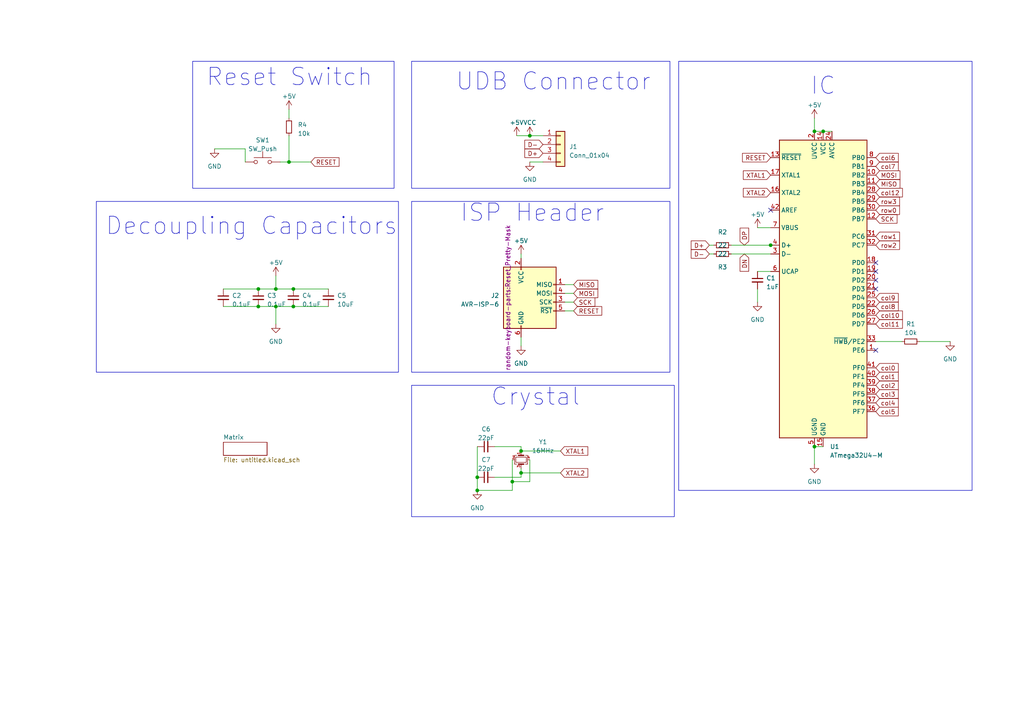
<source format=kicad_sch>
(kicad_sch (version 20230121) (generator eeschema)
  (paper "A4")
  (lib_symbols
    (symbol "Connector:AVR-ISP-6" (pin_names (offset 1.016))
      (property "Reference" "J" (at -6.35 11.43 0))
      (property "Value" "AVR-ISP-6" (at 0 11.43 0))
      (symbol "AVR-ISP-6_0_1"
        (rectangle (start -2.667 -6.858) (end -2.413 -7.62))
        (rectangle (start -2.667 10.16) (end -2.413 9.398))
        (rectangle (start 7.62 -2.413) (end 6.858 -2.667))
        (rectangle (start 7.62 0.127) (end 6.858 -0.127))
        (rectangle (start 7.62 2.667) (end 6.858 2.413))
        (rectangle (start 7.62 5.207) (end 6.858 4.953))
        (rectangle (start 7.62 10.16) (end -7.62 -7.62) (stroke (width 0.254)) (fill (type background)))
      )
      (symbol "AVR-ISP-6_1_1"
        (pin passive line (at 10.16 5.08 180) (length 2.54) (name "MISO") (number "1"))
        (pin passive line (at -2.54 12.7 270) (length 2.54) (name "VCC") (number "2"))
        (pin passive line (at 10.16 0 180) (length 2.54) (name "SCK") (number "3"))
        (pin passive line (at 10.16 2.54 180) (length 2.54) (name "MOSI") (number "4"))
        (pin passive line (at 10.16 -2.54 180) (length 2.54) (name "~{RST}") (number "5"))
        (pin passive line (at -2.54 -10.16 90) (length 2.54) (name "GND") (number "6"))
      )
    )
    (symbol "Connector_Generic:Conn_01x04" (pin_names (offset 1.016) hide)
      (property "Reference" "J" (at 0 5.08 0))
      (property "Value" "Conn_01x04" (at 0 -7.62 0))
      (symbol "Conn_01x04_1_1"
        (rectangle (start -1.27 -4.953) (end 0 -5.207) (stroke (width 0.1524)))
        (rectangle (start -1.27 -2.413) (end 0 -2.667) (stroke (width 0.1524)))
        (rectangle (start -1.27 0.127) (end 0 -0.127) (stroke (width 0.1524)))
        (rectangle (start -1.27 2.667) (end 0 2.413) (stroke (width 0.1524)))
        (rectangle (start -1.27 3.81) (end 1.27 -6.35) (stroke (width 0.254)) (fill (type background)))
        (pin passive line (at -5.08 2.54 0) (length 3.81) (name "Pin_1") (number "1"))
        (pin passive line (at -5.08 0 0) (length 3.81) (name "Pin_2") (number "2"))
        (pin passive line (at -5.08 -2.54 0) (length 3.81) (name "Pin_3") (number "3"))
        (pin passive line (at -5.08 -5.08 0) (length 3.81) (name "Pin_4") (number "4"))
      )
    )
    (symbol "Device:C_Small" (pin_numbers hide) (pin_names (offset 0.254) hide)
      (property "Reference" "C" (at 0.254 1.778 0))
      (property "Value" "C_Small" (at 0.254 -2.032 0))
      (symbol "C_Small_0_1"
        (polyline (pts (xy -1.524 -0.508) (xy 1.524 -0.508)) (stroke (width 0.3302)))
        (polyline (pts (xy -1.524 0.508) (xy 1.524 0.508)) (stroke (width 0.3048)))
      )
      (symbol "C_Small_1_1"
        (pin passive line (at 0 2.54 270) (length 2.032) (name "~") (number "1"))
        (pin passive line (at 0 -2.54 90) (length 2.032) (name "~") (number "2"))
      )
    )
    (symbol "Device:Crystal_GND24_Small" (pin_names (offset 1.016) hide)
      (property "Reference" "Y" (at 1.27 4.445 0))
      (property "Value" "Crystal_GND24_Small" (at 1.27 2.54 0))
      (symbol "Crystal_GND24_Small_0_1"
        (rectangle (start -0.762 -1.524) (end 0.762 1.524))
        (polyline (pts (xy -1.27 -0.762) (xy -1.27 0.762)) (stroke (width 0.381)))
        (polyline (pts (xy 1.27 -0.762) (xy 1.27 0.762)) (stroke (width 0.381)))
        (polyline (pts (xy -1.27 -1.27) (xy -1.27 -1.905) (xy 1.27 -1.905) (xy 1.27 -1.27)))
        (polyline (pts (xy -1.27 1.27) (xy -1.27 1.905) (xy 1.27 1.905) (xy 1.27 1.27)))
      )
      (symbol "Crystal_GND24_Small_1_1"
        (pin passive line (at -2.54 0 0) (length 1.27) (name "1") (number "1"))
        (pin passive line (at 0 -2.54 90) (length 0.635) (name "2") (number "2"))
        (pin passive line (at 2.54 0 180) (length 1.27) (name "3") (number "3"))
        (pin passive line (at 0 2.54 270) (length 0.635) (name "4") (number "4"))
      )
    )
    (symbol "Device:R_Small" (pin_numbers hide) (pin_names (offset 0.254) hide)
      (property "Reference" "R" (at 0.762 0.508 0))
      (property "Value" "R_Small" (at 0.762 -1.016 0))
      (symbol "R_Small_0_1"
        (rectangle (start -0.762 1.778) (end 0.762 -1.778) (stroke (width 0.2032)))
      )
      (symbol "R_Small_1_1"
        (pin passive line (at 0 2.54 270) (length 0.762) (name "~") (number "1"))
        (pin passive line (at 0 -2.54 90) (length 0.762) (name "~") (number "2"))
      )
    )
    (symbol "MCU_Microchip_ATmega:ATmega32U4-M"
      (property "Reference" "U" (at -12.7 44.45 0))
      (property "Value" "ATmega32U4-M" (at 2.54 -44.45 0))
      (symbol "ATmega32U4-M_0_1"
        (rectangle (start -12.7 -43.18) (end 12.7 43.18) (stroke (width 0.254)) (fill (type background)))
      )
      (symbol "ATmega32U4-M_1_1"
        (pin bidirectional line (at 15.24 -17.78 180) (length 2.54) (name "PE6") (number "1"))
        (pin bidirectional line (at 15.24 33.02 180) (length 2.54) (name "PB2") (number "10"))
        (pin bidirectional line (at 15.24 30.48 180) (length 2.54) (name "PB3") (number "11"))
        (pin bidirectional line (at 15.24 20.32 180) (length 2.54) (name "PB7") (number "12"))
        (pin input line (at -15.24 38.1 0) (length 2.54) (name "~{RESET}") (number "13"))
        (pin power_in line (at 0 45.72 270) (length 2.54) (name "VCC") (number "14"))
        (pin power_in line (at 0 -45.72 90) (length 2.54) (name "GND") (number "15"))
        (pin output line (at -15.24 27.94 0) (length 2.54) (name "XTAL2") (number "16"))
        (pin input line (at -15.24 33.02 0) (length 2.54) (name "XTAL1") (number "17"))
        (pin bidirectional line (at 15.24 7.62 180) (length 2.54) (name "PD0") (number "18"))
        (pin bidirectional line (at 15.24 5.08 180) (length 2.54) (name "PD1") (number "19"))
        (pin power_in line (at -2.54 45.72 270) (length 2.54) (name "UVCC") (number "2"))
        (pin bidirectional line (at 15.24 2.54 180) (length 2.54) (name "PD2") (number "20"))
        (pin bidirectional line (at 15.24 0 180) (length 2.54) (name "PD3") (number "21"))
        (pin bidirectional line (at 15.24 -5.08 180) (length 2.54) (name "PD5") (number "22"))
        (pin passive line (at 0 -45.72 90) (length 2.54) hide (name "GND") (number "23"))
        (pin power_in line (at 2.54 45.72 270) (length 2.54) (name "AVCC") (number "24"))
        (pin bidirectional line (at 15.24 -2.54 180) (length 2.54) (name "PD4") (number "25"))
        (pin bidirectional line (at 15.24 -7.62 180) (length 2.54) (name "PD6") (number "26"))
        (pin bidirectional line (at 15.24 -10.16 180) (length 2.54) (name "PD7") (number "27"))
        (pin bidirectional line (at 15.24 27.94 180) (length 2.54) (name "PB4") (number "28"))
        (pin bidirectional line (at 15.24 25.4 180) (length 2.54) (name "PB5") (number "29"))
        (pin bidirectional line (at -15.24 10.16 0) (length 2.54) (name "D-") (number "3"))
        (pin bidirectional line (at 15.24 22.86 180) (length 2.54) (name "PB6") (number "30"))
        (pin bidirectional line (at 15.24 15.24 180) (length 2.54) (name "PC6") (number "31"))
        (pin bidirectional line (at 15.24 12.7 180) (length 2.54) (name "PC7") (number "32"))
        (pin bidirectional line (at 15.24 -15.24 180) (length 2.54) (name "~{HWB}/PE2") (number "33"))
        (pin passive line (at 0 45.72 270) (length 2.54) hide (name "VCC") (number "34"))
        (pin passive line (at 0 -45.72 90) (length 2.54) hide (name "GND") (number "35"))
        (pin bidirectional line (at 15.24 -35.56 180) (length 2.54) (name "PF7") (number "36"))
        (pin bidirectional line (at 15.24 -33.02 180) (length 2.54) (name "PF6") (number "37"))
        (pin bidirectional line (at 15.24 -30.48 180) (length 2.54) (name "PF5") (number "38"))
        (pin bidirectional line (at 15.24 -27.94 180) (length 2.54) (name "PF4") (number "39"))
        (pin bidirectional line (at -15.24 12.7 0) (length 2.54) (name "D+") (number "4"))
        (pin bidirectional line (at 15.24 -25.4 180) (length 2.54) (name "PF1") (number "40"))
        (pin bidirectional line (at 15.24 -22.86 180) (length 2.54) (name "PF0") (number "41"))
        (pin passive line (at -15.24 22.86 0) (length 2.54) (name "AREF") (number "42"))
        (pin passive line (at 0 -45.72 90) (length 2.54) hide (name "GND") (number "43"))
        (pin passive line (at 2.54 45.72 270) (length 2.54) hide (name "AVCC") (number "44"))
        (pin passive line (at 0 -45.72 90) (length 2.54) hide (name "GND") (number "45"))
        (pin passive line (at -2.54 -45.72 90) (length 2.54) (name "UGND") (number "5"))
        (pin passive line (at -15.24 5.08 0) (length 2.54) (name "UCAP") (number "6"))
        (pin input line (at -15.24 17.78 0) (length 2.54) (name "VBUS") (number "7"))
        (pin bidirectional line (at 15.24 38.1 180) (length 2.54) (name "PB0") (number "8"))
        (pin bidirectional line (at 15.24 35.56 180) (length 2.54) (name "PB1") (number "9"))
      )
    )
    (symbol "Switch:SW_Push" (pin_numbers hide) (pin_names (offset 1.016) hide)
      (property "Reference" "SW" (at 1.27 2.54 0))
      (property "Value" "SW_Push" (at 0 -1.524 0))
      (symbol "SW_Push_0_1"
        (circle (center -2.032 0) (radius 0.508))
        (polyline (pts (xy 0 1.27) (xy 0 3.048)))
        (polyline (pts (xy 2.54 1.27) (xy -2.54 1.27)))
        (circle (center 2.032 0) (radius 0.508))
        (pin passive line (at -5.08 0 0) (length 2.54) (name "1") (number "1"))
        (pin passive line (at 5.08 0 180) (length 2.54) (name "2") (number "2"))
      )
    )
    (symbol "power:+5V" (power) (pin_names (offset 0))
      (property "Value" "+5V" (at 0 3.556 0))
      (symbol "+5V_0_1"
        (polyline (pts (xy -0.762 1.27) (xy 0 2.54)))
        (polyline (pts (xy 0 0) (xy 0 2.54)))
        (polyline (pts (xy 0 2.54) (xy 0.762 1.27)))
      )
      (symbol "+5V_1_1"
        (pin power_in line (at 0 0 90) (length 0) hide (name "+5V") (number "1"))
      )
    )
    (symbol "power:GND" (power) (pin_names (offset 0))
      (property "Value" "GND" (at 0 -3.81 0))
      (symbol "GND_0_1"
        (polyline (pts (xy 0 0) (xy 0 -1.27) (xy 1.27 -1.27) (xy 0 -2.54) (xy -1.27 -1.27) (xy 0 -1.27)))
      )
      (symbol "GND_1_1"
        (pin power_in line (at 0 0 270) (length 0) hide (name "GND") (number "1"))
      )
    )
    (symbol "power:VCC" (power) (pin_names (offset 0))
      (property "Value" "VCC" (at 0 3.81 0))
      (symbol "VCC_0_1"
        (polyline (pts (xy -0.762 1.27) (xy 0 2.54)))
        (polyline (pts (xy 0 0) (xy 0 2.54)))
        (polyline (pts (xy 0 2.54) (xy 0.762 1.27)))
      )
      (symbol "VCC_1_1"
        (pin power_in line (at 0 0 90) (length 0) hide (name "VCC") (number "1"))
      )
    )
  )
  (junction (at 236.22 38.1))
  (junction (at 238.76 38.1))
  (junction (at 74.93 83.82))
  (junction (at 148.59 139.7))
  (junction (at 80.01 88.9))
  (junction (at 138.43 138.43))
  (junction (at 223.52 71.12))
  (junction (at 74.93 88.9))
  (junction (at 138.43 142.24))
  (junction (at 153.67 39.37))
  (junction (at 85.09 88.9))
  (junction (at 236.22 129.54))
  (junction (at 83.82 46.99))
  (junction (at 151.13 130.81))
  (junction (at 151.13 137.16))
  (junction (at 80.01 83.82))
  (junction (at 85.09 83.82))
  (no_connect (at 254 81.28))
  (no_connect (at 254 76.2))
  (no_connect (at 254 78.74))
  (no_connect (at 223.52 60.96))
  (no_connect (at 254 83.82))
  (no_connect (at 254 101.6))
  (wire (pts (xy 236.22 38.1) (xy 238.76 38.1)))
  (wire (pts (xy 62.23 43.18) (xy 71.12 43.18)))
  (wire (pts (xy 151.13 130.81) (xy 151.13 129.54)))
  (wire (pts (xy 151.13 130.81) (xy 162.56 130.81)))
  (wire (pts (xy 163.83 82.55) (xy 166.37 82.55)))
  (wire (pts (xy 80.01 83.82) (xy 80.01 80.01)))
  (wire (pts (xy 151.13 73.66) (xy 151.13 74.93)))
  (wire (pts (xy 151.13 137.16) (xy 151.13 135.89)))
  (wire (pts (xy 163.83 87.63) (xy 166.37 87.63)))
  (wire (pts (xy 153.67 39.37) (xy 157.48 39.37)))
  (wire (pts (xy 85.09 88.9) (xy 95.25 88.9)))
  (wire (pts (xy 83.82 39.37) (xy 83.82 46.99)))
  (wire (pts (xy 205.74 71.12) (xy 207.01 71.12)))
  (wire (pts (xy 80.01 88.9) (xy 85.09 88.9)))
  (wire (pts (xy 85.09 83.82) (xy 95.25 83.82)))
  (wire (pts (xy 71.12 43.18) (xy 71.12 46.99)))
  (wire (pts (xy 236.22 129.54) (xy 236.22 134.62)))
  (wire (pts (xy 143.51 138.43) (xy 151.13 138.43)))
  (wire (pts (xy 81.28 46.99) (xy 83.82 46.99)))
  (wire (pts (xy 219.71 66.04) (xy 223.52 66.04)))
  (wire (pts (xy 148.59 139.7) (xy 148.59 142.24)))
  (wire (pts (xy 236.22 34.29) (xy 236.22 38.1)))
  (wire (pts (xy 149.86 39.37) (xy 153.67 39.37)))
  (wire (pts (xy 148.59 133.35) (xy 148.59 139.7)))
  (wire (pts (xy 205.74 73.66) (xy 207.01 73.66)))
  (wire (pts (xy 212.09 73.66) (xy 223.52 73.66)))
  (wire (pts (xy 163.83 90.17) (xy 166.37 90.17)))
  (wire (pts (xy 236.22 129.54) (xy 238.76 129.54)))
  (wire (pts (xy 80.01 88.9) (xy 80.01 93.98)))
  (wire (pts (xy 151.13 137.16) (xy 162.56 137.16)))
  (wire (pts (xy 74.93 88.9) (xy 80.01 88.9)))
  (wire (pts (xy 74.93 83.82) (xy 80.01 83.82)))
  (wire (pts (xy 80.01 83.82) (xy 85.09 83.82)))
  (wire (pts (xy 254 99.06) (xy 261.62 99.06)))
  (wire (pts (xy 219.71 83.82) (xy 219.71 87.63)))
  (wire (pts (xy 83.82 46.99) (xy 90.17 46.99)))
  (wire (pts (xy 138.43 142.24) (xy 148.59 142.24)))
  (wire (pts (xy 224.79 71.12) (xy 223.52 71.12)))
  (wire (pts (xy 83.82 31.75) (xy 83.82 34.29)))
  (wire (pts (xy 138.43 129.54) (xy 138.43 138.43)))
  (wire (pts (xy 151.13 97.79) (xy 151.13 100.33)))
  (wire (pts (xy 64.77 83.82) (xy 74.93 83.82)))
  (wire (pts (xy 212.09 71.12) (xy 223.52 71.12)))
  (wire (pts (xy 148.59 139.7) (xy 153.67 139.7)))
  (wire (pts (xy 151.13 138.43) (xy 151.13 137.16)))
  (wire (pts (xy 266.7 99.06) (xy 275.59 99.06)))
  (wire (pts (xy 219.71 78.74) (xy 223.52 78.74)))
  (wire (pts (xy 238.76 38.1) (xy 241.3 38.1)))
  (wire (pts (xy 153.67 46.99) (xy 157.48 46.99)))
  (wire (pts (xy 153.67 139.7) (xy 153.67 133.35)))
  (wire (pts (xy 163.83 85.09) (xy 166.37 85.09)))
  (wire (pts (xy 138.43 138.43) (xy 138.43 142.24)))
  (wire (pts (xy 64.77 88.9) (xy 74.93 88.9)))
  (wire (pts (xy 151.13 129.54) (xy 143.51 129.54)))
  (rectangle (start 119.38 17.78) (end 194.31 54.61))
  (rectangle (start 119.38 111.76) (end 195.58 149.86))
  (rectangle (start 55.88 17.78) (end 114.3 54.61))
  (rectangle (start 196.85 17.78) (end 281.94 142.24))
  (rectangle (start 119.38 58.42) (end 194.31 107.95))
  (rectangle (start 27.94 58.42) (end 115.57 107.95))
  (text "Crystal\n" (at 142.24 118.11 0) (effects (font (size 5 5)) (justify left bottom)))
  (text "UDB Connector\n" (at 132.08 26.67 0) (effects (font (size 5 5)) (justify left bottom)))
  (text "Decoupling Capacitors" (at 30.48 68.58 0) (effects (font (size 5 5)) (justify left bottom)))
  (text "ISP Header" (at 133.35 64.77 0) (effects (font (size 5 5)) (justify left bottom)))
  (text "Reset Switch\n" (at 59.69 25.4 0) (effects (font (size 5 5)) (justify left bottom)))
  (text "IC\n" (at 234.95 27.94 0) (effects (font (size 5 5)) (justify left bottom)))
  (global_label "col10" (shape input) (at 254 91.44 0) (property "Intersheetrefs" "${INTERSHEET_REFS}" (effects hide)))
  (global_label "col9" (shape input) (at 254 86.36 0) (property "Intersheetrefs" "${INTERSHEET_REFS}" (effects hide)))
  (global_label "row0" (shape input) (at 254 60.96 0) (property "Intersheetrefs" "${INTERSHEET_REFS}" (effects hide)))
  (global_label "row2" (shape input) (at 254 71.12 0) (property "Intersheetrefs" "${INTERSHEET_REFS}" (effects hide)))
  (global_label "SCK" (shape input) (at 166.37 87.63 0) (property "Intersheetrefs" "${INTERSHEET_REFS}" (effects hide)))
  (global_label "col4" (shape input) (at 254 116.84 0) (property "Intersheetrefs" "${INTERSHEET_REFS}" (effects hide)))
  (global_label "col5" (shape input) (at 254 119.38 0) (property "Intersheetrefs" "${INTERSHEET_REFS}" (effects hide)))
  (global_label "col11" (shape input) (at 254 93.98 0) (property "Intersheetrefs" "${INTERSHEET_REFS}" (effects hide)))
  (global_label "MISO" (shape input) (at 254 53.34 0) (property "Intersheetrefs" "${INTERSHEET_REFS}" (effects hide)))
  (global_label "col0" (shape input) (at 254 106.68 0) (property "Intersheetrefs" "${INTERSHEET_REFS}" (effects hide)))
  (global_label "col12" (shape input) (at 254 55.88 0) (property "Intersheetrefs" "${INTERSHEET_REFS}" (effects hide)))
  (global_label "MISO" (shape input) (at 166.37 82.55 0) (property "Intersheetrefs" "${INTERSHEET_REFS}" (effects hide)))
  (global_label "D+" (shape input) (at 157.48 44.45 180) (property "Intersheetrefs" "${INTERSHEET_REFS}" (effects hide)))
  (global_label "DP" (shape input) (at 215.9 71.12 90) (property "Intersheetrefs" "${INTERSHEET_REFS}" (effects hide)))
  (global_label "XTAL1" (shape input) (at 162.56 130.81 0) (property "Intersheetrefs" "${INTERSHEET_REFS}" (effects hide)))
  (global_label "XTAL2" (shape input) (at 223.52 55.88 180) (property "Intersheetrefs" "${INTERSHEET_REFS}" (effects hide)))
  (global_label "RESET" (shape input) (at 223.52 45.72 180) (property "Intersheetrefs" "${INTERSHEET_REFS}" (effects hide)))
  (global_label "col1" (shape input) (at 254 109.22 0) (property "Intersheetrefs" "${INTERSHEET_REFS}" (effects hide)))
  (global_label "D-" (shape input) (at 205.74 73.66 180) (property "Intersheetrefs" "${INTERSHEET_REFS}" (effects hide)))
  (global_label "col2" (shape input) (at 254 111.76 0) (property "Intersheetrefs" "${INTERSHEET_REFS}" (effects hide)))
  (global_label "XTAL2" (shape input) (at 162.56 137.16 0) (property "Intersheetrefs" "${INTERSHEET_REFS}" (effects hide)))
  (global_label "col7" (shape input) (at 254 48.26 0) (property "Intersheetrefs" "${INTERSHEET_REFS}" (effects hide)))
  (global_label "MOSI" (shape input) (at 166.37 85.09 0) (property "Intersheetrefs" "${INTERSHEET_REFS}" (effects hide)))
  (global_label "D-" (shape input) (at 157.48 41.91 180) (property "Intersheetrefs" "${INTERSHEET_REFS}" (effects hide)))
  (global_label "RESET" (shape input) (at 166.37 90.17 0) (property "Intersheetrefs" "${INTERSHEET_REFS}" (effects hide)))
  (global_label "col8" (shape input) (at 254 88.9 0) (property "Intersheetrefs" "${INTERSHEET_REFS}" (effects hide)))
  (global_label "col6" (shape input) (at 254 45.72 0) (property "Intersheetrefs" "${INTERSHEET_REFS}" (effects hide)))
  (global_label "XTAL1" (shape input) (at 223.52 50.8 180) (property "Intersheetrefs" "${INTERSHEET_REFS}" (effects hide)))
  (global_label "MOSI" (shape input) (at 254 50.8 0) (property "Intersheetrefs" "${INTERSHEET_REFS}" (effects hide)))
  (global_label "col3" (shape input) (at 254 114.3 0) (property "Intersheetrefs" "${INTERSHEET_REFS}" (effects hide)))
  (global_label "row3" (shape input) (at 254 58.42 0) (property "Intersheetrefs" "${INTERSHEET_REFS}" (effects hide)))
  (global_label "RESET" (shape input) (at 90.17 46.99 0) (property "Intersheetrefs" "${INTERSHEET_REFS}" (effects hide)))
  (global_label "row1" (shape input) (at 254 68.58 0) (property "Intersheetrefs" "${INTERSHEET_REFS}" (effects hide)))
  (global_label "DN" (shape input) (at 215.9 73.66 270) (property "Intersheetrefs" "${INTERSHEET_REFS}" (effects hide)))
  (global_label "SCK" (shape input) (at 254 63.5 0) (property "Intersheetrefs" "${INTERSHEET_REFS}" (effects hide)))
  (global_label "D+" (shape input) (at 205.74 71.12 180) (property "Intersheetrefs" "${INTERSHEET_REFS}" (effects hide)))
  (symbol (lib_id "power:GND") (at 275.59 99.06 0) (unit 1)
    (property "Reference" "#PWR03" (effects hide))
    (property "Value" "GND" (at 275.59 104.14 0))
  )
  (symbol (lib_id "Device:C_Small") (at 140.97 138.43 90) (unit 1)
    (property "Reference" "C7" (at 140.9763 133.35 90))
    (property "Value" "22pF" (at 140.9763 135.89 90))
    (property "Footprint" "Capacitor_SMD:C_0805_2012Metric" (effects hide))
  )
  (symbol (lib_id "power:+5V") (at 149.86 39.37 0) (unit 1)
    (property "Reference" "#PWR013" (effects hide))
    (property "Value" "+5V" (at 149.86 35.56 0))
  )
  (symbol (lib_id "Device:R_Small") (at 209.55 71.12 90) (unit 1)
    (property "Reference" "R2" (at 209.55 67.31 90))
    (property "Value" "22" (at 209.55 73.66 90))
    (property "Footprint" "Resistor_SMD:R_0805_2012Metric" (effects hide))
  )
  (symbol (lib_id "Device:C_Small") (at 219.71 81.28 0) (unit 1)
    (property "Reference" "C1" (at 222.25 80.6513 0) (effects (justify left)))
    (property "Value" "1uF" (at 222.25 83.1913 0) (effects (justify left)))
    (property "Footprint" "Capacitor_SMD:C_0805_2012Metric" (effects hide))
  )
  (symbol (lib_id "power:VCC") (at 153.67 39.37 0) (unit 1)
    (property "Reference" "#PWR011" (effects hide))
    (property "Value" "VCC" (at 153.67 35.56 0))
  )
  (symbol (lib_id "power:+5V") (at 80.01 80.01 0) (unit 1)
    (property "Reference" "#PWR06" (effects hide))
    (property "Value" "+5V" (at 80.01 76.2 0))
  )
  (symbol (lib_id "power:GND") (at 219.71 87.63 0) (unit 1)
    (property "Reference" "#PWR04" (effects hide))
    (property "Value" "GND" (at 219.71 92.71 0))
  )
  (symbol (lib_id "power:GND") (at 236.22 134.62 0) (unit 1)
    (property "Reference" "#PWR02" (effects hide))
    (property "Value" "GND" (at 236.22 139.7 0))
  )
  (symbol (lib_id "Connector_Generic:Conn_01x04") (at 162.56 41.91 0) (unit 1)
    (property "Reference" "J1" (at 165.1 42.545 0) (effects (justify left)))
    (property "Value" "Conn_01x04" (at 165.1 45.085 0) (effects (justify left)))
    (property "Footprint" "Connector_JST:JST_SH_SM04B-SRSS-TB_1x04-1MP_P1.00mm_Horizontal" (effects hide))
  )
  (symbol (lib_id "power:GND") (at 62.23 43.18 0) (unit 1)
    (property "Reference" "#PWR09" (effects hide))
    (property "Value" "GND" (at 62.23 48.26 0))
  )
  (symbol (lib_id "Device:C_Small") (at 95.25 86.36 0) (unit 1)
    (property "Reference" "C5" (at 97.79 85.7313 0) (effects (justify left)))
    (property "Value" "10uF" (at 97.79 88.2713 0) (effects (justify left)))
    (property "Footprint" "Capacitor_SMD:C_0805_2012Metric" (effects hide))
  )
  (symbol (lib_id "power:GND") (at 151.13 100.33 0) (unit 1)
    (property "Reference" "#PWR015" (effects hide))
    (property "Value" "GND" (at 151.13 105.41 0))
  )
  (symbol (lib_id "Device:R_Small") (at 83.82 36.83 0) (unit 1)
    (property "Reference" "R4" (at 86.36 36.195 0) (effects (justify left)))
    (property "Value" "10k" (at 86.36 38.735 0) (effects (justify left)))
    (property "Footprint" "Resistor_SMD:R_0805_2012Metric" (effects hide))
  )
  (symbol (lib_id "Device:C_Small") (at 85.09 86.36 0) (unit 1)
    (property "Reference" "C4" (at 87.63 85.7313 0) (effects (justify left)))
    (property "Value" "0.1uF" (at 87.63 88.2713 0) (effects (justify left)))
    (property "Footprint" "Capacitor_SMD:C_0805_2012Metric" (effects hide))
  )
  (symbol (lib_id "power:+5V") (at 83.82 31.75 0) (unit 1)
    (property "Reference" "#PWR010" (effects hide))
    (property "Value" "+5V" (at 83.82 27.94 0))
  )
  (symbol (lib_id "Device:C_Small") (at 74.93 86.36 0) (unit 1)
    (property "Reference" "C3" (at 77.47 85.7313 0) (effects (justify left)))
    (property "Value" "0.1uF" (at 77.47 88.2713 0) (effects (justify left)))
    (property "Footprint" "Capacitor_SMD:C_0805_2012Metric" (effects hide))
  )
  (symbol (lib_id "power:GND") (at 153.67 46.99 0) (unit 1)
    (property "Reference" "#PWR012" (effects hide))
    (property "Value" "GND" (at 153.67 52.07 0))
  )
  (symbol (lib_id "Switch:SW_Push") (at 76.2 46.99 0) (unit 1)
    (property "Reference" "SW1" (at 76.2 40.64 0))
    (property "Value" "SW_Push" (at 76.2 43.18 0))
    (property "Footprint" "random-keyboard-parts:SKQG-1155865" (effects hide))
  )
  (symbol (lib_id "MCU_Microchip_ATmega:ATmega32U4-M") (at 238.76 83.82 0) (unit 1)
    (property "Reference" "U1" (at 240.7159 129.54 0) (effects (justify left)))
    (property "Value" "ATmega32U4-M" (at 240.7159 132.08 0) (effects (justify left)))
    (property "Footprint" "Package_DFN_QFN:QFN-44-1EP_7x7mm_P0.5mm_EP5.2x5.2mm" (effects hide))
    (property "Datasheet" "http://ww1.microchip.com/downloads/en/DeviceDoc/Atmel-7766-8-bit-AVR-ATmega16U4-32U4_Datasheet.pdf" (effects hide))
  )
  (symbol (lib_id "Device:R_Small") (at 209.55 73.66 90) (unit 1)
    (property "Reference" "R3" (at 209.55 77.47 90))
    (property "Value" "22" (at 209.55 71.12 90))
    (property "Footprint" "Resistor_SMD:R_0805_2012Metric" (effects hide))
  )
  (symbol (lib_id "power:GND") (at 138.43 142.24 0) (unit 1)
    (property "Reference" "#PWR08" (effects hide))
    (property "Value" "GND" (at 138.43 147.32 0))
  )
  (symbol (lib_id "power:+5V") (at 151.13 73.66 0) (unit 1)
    (property "Reference" "#PWR014" (effects hide))
    (property "Value" "+5V" (at 151.13 69.85 0))
  )
  (symbol (lib_id "Connector:AVR-ISP-6") (at 153.67 87.63 0) (unit 1)
    (property "Reference" "J2" (at 144.78 85.725 0) (effects (justify right)))
    (property "Value" "AVR-ISP-6" (at 144.78 88.265 0) (effects (justify right)))
    (property "Footprint" "random-keyboard-parts:Reset_Pretty-Mask" (at 147.32 86.36 90))
    (property "Datasheet" " ~" (effects hide))
  )
  (symbol (lib_id "power:GND") (at 80.01 93.98 0) (unit 1)
    (property "Reference" "#PWR05" (effects hide))
    (property "Value" "GND" (at 80.01 99.06 0))
  )
  (symbol (lib_id "Device:R_Small") (at 264.16 99.06 90) (unit 1)
    (property "Reference" "R1" (at 264.16 93.98 90))
    (property "Value" "10k" (at 264.16 96.52 90))
    (property "Footprint" "Resistor_SMD:R_0805_2012Metric" (effects hide))
  )
  (symbol (lib_id "Device:Crystal_GND24_Small") (at 151.13 133.35 270) (unit 1)
    (property "Reference" "Y1" (at 157.48 128.1683 90))
    (property "Value" "16MHz" (at 157.48 130.7083 90))
    (property "Footprint" "Crystal:Crystal_SMD_3225-4Pin_3.2x2.5mm" (effects hide))
  )
  (symbol (lib_id "Device:C_Small") (at 64.77 86.36 0) (unit 1)
    (property "Reference" "C2" (at 67.31 85.7313 0) (effects (justify left)))
    (property "Value" "0.1uF" (at 67.31 88.2713 0) (effects (justify left)))
    (property "Footprint" "Capacitor_SMD:C_0805_2012Metric" (effects hide))
  )
  (symbol (lib_id "power:+5V") (at 236.22 34.29 0) (unit 1)
    (property "Reference" "#PWR01" (effects hide))
    (property "Value" "+5V" (at 236.22 30.48 0))
  )
  (symbol (lib_id "power:+5V") (at 219.71 66.04 0) (unit 1)
    (property "Reference" "#PWR07" (effects hide))
    (property "Value" "+5V" (at 219.71 62.23 0))
  )
  (symbol (lib_id "Device:C_Small") (at 140.97 129.54 90) (unit 1)
    (property "Reference" "C6" (at 140.9763 124.46 90))
    (property "Value" "22pF" (at 140.9763 127 90))
    (property "Footprint" "Capacitor_SMD:C_0805_2012Metric" (effects hide))
  )
  (sheet (at 64.77 128.27) (size 12.7 3.81) (stroke (width 0.1524))
    (property "Sheetname" "Matrix" (at 64.77 127.5584 0) (effects (justify left bottom)))
    (property "Sheetfile" "untitled.kicad_sch" (at 64.77 132.6646 0) (effects (justify left top)))
  )
)
</source>
